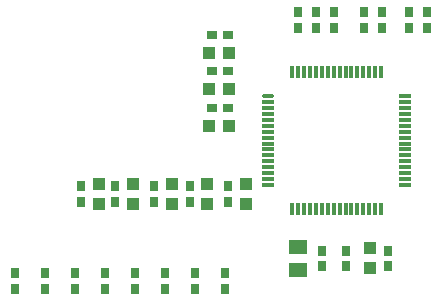
<source format=gtp>
%FSTAX43Y43*%
%MOMM*%
%SFA1B1*%

%IPPOS*%
%ADD10R,0.899998X0.699999*%
%ADD11R,0.699999X0.899998*%
%ADD12R,0.999998X1.099998*%
%ADD13R,1.499997X1.299997*%
%ADD14R,0.299999X1.099998*%
%ADD15R,1.099998X0.299999*%
%ADD16R,1.099998X0.999998*%
%ADD17O,1.099998X0.299999*%
%LNpcb2-1*%
%LPD*%
G54D10*
X0077073Y0080517D03*
X0078373D03*
X0077073Y0083565D03*
X0078373D03*
X0077073Y0077342D03*
X0078373D03*
G54D11*
X0091947Y0063992D03*
Y0065292D03*
X0089915Y0085485D03*
Y0084185D03*
X0091439Y0085485D03*
Y0084185D03*
X0088391Y0063992D03*
Y0065292D03*
X0087375Y0085485D03*
Y0084185D03*
X0086359Y0063992D03*
Y0065292D03*
X0065912Y0069453D03*
Y0070753D03*
X0093725Y0085485D03*
Y0084185D03*
X0095249Y0085485D03*
Y0084185D03*
X0084327Y0085485D03*
Y0084185D03*
X0085851Y0085485D03*
Y0084185D03*
X0072135Y0069453D03*
Y0070753D03*
X0068833Y0069453D03*
Y0070753D03*
X0075183Y0069453D03*
Y0070753D03*
X0078358Y0069453D03*
Y0070753D03*
X0060324Y0063387D03*
Y0062087D03*
X0062864Y0063387D03*
Y0062087D03*
X0065404Y0063387D03*
Y0062087D03*
X0067944Y0063387D03*
Y0062087D03*
X0070484Y0063387D03*
Y0062087D03*
X0073024Y0063387D03*
Y0062087D03*
X0075564Y0063387D03*
Y0062087D03*
X0078104Y0063387D03*
Y0062087D03*
G54D12*
X0090423Y0065492D03*
Y0063792D03*
X0079882Y0069253D03*
Y0070953D03*
X007658Y0069253D03*
Y0070953D03*
X0073659Y0069253D03*
Y0070953D03*
X0070357Y0069253D03*
Y0070953D03*
X0067436Y0069253D03*
Y0070953D03*
G54D13*
X0084327Y0065592D03*
Y0063692D03*
G54D14*
X0083837Y0080408D03*
X0084337D03*
X0084837D03*
X0085337D03*
X0085837D03*
X0086337D03*
X0086837D03*
X0087337D03*
X0087837D03*
X0088337D03*
X0088837D03*
X0089337D03*
X0089837D03*
X0090337D03*
X0090837D03*
X0091337D03*
Y0068808D03*
X0090837D03*
X0090337D03*
X0089837D03*
X0089337D03*
X0088837D03*
X0088337D03*
X0087837D03*
X0087337D03*
X0086837D03*
X0086337D03*
X0085837D03*
X0085337D03*
X0084837D03*
X0084337D03*
X0083837D03*
G54D15*
X0093387Y0078358D03*
Y0077858D03*
Y0077358D03*
Y0076858D03*
Y0076358D03*
Y0075858D03*
Y0075358D03*
Y0074858D03*
Y0074358D03*
Y0073858D03*
Y0073358D03*
Y0072858D03*
Y0072358D03*
Y0071858D03*
Y0071358D03*
Y0070858D03*
X0081787D03*
Y0071858D03*
Y0072858D03*
Y0073858D03*
Y0074858D03*
Y0075858D03*
Y0076858D03*
Y0077858D03*
Y0077358D03*
Y0076358D03*
Y0075358D03*
Y0074358D03*
Y0073358D03*
Y0072358D03*
Y0071358D03*
G54D16*
X0076746Y0075818D03*
X0078446D03*
X0076746Y0078993D03*
X0078446D03*
X0076746Y0082041D03*
X0078446D03*
G54D17*
X0081787Y0078358D03*
M02*
</source>
